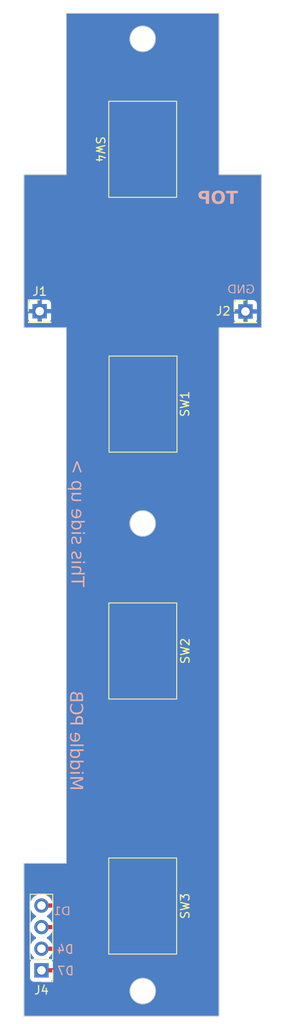
<source format=kicad_pcb>
(kicad_pcb (version 20221018) (generator pcbnew)
  (layers (0 "F.Cu" signal) (31 "B.Cu" signal) (34 "B.Paste" user) (35 "F.Paste" user) (36 "B.SilkS" user "B.Silkscreen") (37 "F.SilkS" user "F.Silkscreen") (38 "B.Mask" user) (39 "F.Mask" user) (44 "Edge.Cuts" user))
  (net 0 "")
  (net 1 "/GND")
  (net 2 "/D7")
  (net 3 "/D4")
  (net 4 "/D1")
  (net 5 "/D9")
  (footprint "Design:Button" (layer "F.Cu") (at 178.84 102.71 90)
    (fp_text reference "SW2" (at 0 5 90 unlocked) (layer "F.SilkS"))
    (fp_text value "SW_Push")
    (fp_rect (start -5.65 -4) (end 5.65 4) (stroke (width 0.12)) (fill none) (layer "F.SilkS"))
    (pad "1" smd roundrect (at -7 -2.5 90) (size 3 1.6) (layers "F.Cu" "F.Paste" "F.Mask") (net 1 "/GND"))
    (pad "1" smd roundrect (at 7 -2.5 90) (size 3 1.6) (layers "F.Cu" "F.Paste" "F.Mask") (net 1 "/GND"))
    (pad "2" smd roundrect (at -7 2.5 90) (size 3 1.6) (layers "F.Cu" "F.Paste" "F.Mask") (net 3 "/D4"))
    (pad "2" smd roundrect (at 7 2.5 90) (size 3 1.6) (layers "F.Cu" "F.Paste" "F.Mask") (net 3 "/D4"))
  )
  (footprint "Connector_PinHeader_2.54mm:PinHeader_1x01_P2.54mm_Vertical" (layer "F.Cu") (at 166.69 62.74625)
    (fp_text reference "J1" (at 0 -2.33) (layer "F.SilkS"))
    (fp_text value "Conn_01x01")
    (fp_line (start -1.33 -1.33) (end 0 -1.33) (stroke (width 0.12)) (layer "F.SilkS"))
    (fp_line (start -1.33 0) (end -1.33 -1.33) (stroke (width 0.12)) (layer "F.SilkS"))
    (fp_line (start -1.33 1.27) (end -1.33 1.33) (stroke (width 0.12)) (layer "F.SilkS"))
    (fp_line (start -1.33 1.27) (end 1.33 1.27) (stroke (width 0.12)) (layer "F.SilkS"))
    (fp_line (start -1.33 1.33) (end 1.33 1.33) (stroke (width 0.12)) (layer "F.SilkS"))
    (fp_line (start 1.33 1.27) (end 1.33 1.33) (stroke (width 0.12)) (layer "F.SilkS"))
    (pad "1" thru_hole rect (at 0 0) (size 1.7 1.7) (drill 1) (layers "*.Cu" "*.Mask") (net 1 "/GND"))
  )
  (footprint "Design:Button" (layer "F.Cu") (at 178.87 73.67 -90)
    (fp_text reference "SW1" (at -0.01625 -4.93 90 unlocked) (layer "F.SilkS"))
    (fp_text value "SW_Push")
    (fp_rect (start -5.65 -4) (end 5.65 4) (stroke (width 0.12)) (fill none) (layer "F.SilkS"))
    (pad "1" smd roundrect (at -7 -2.5 270) (size 3 1.6) (layers "F.Cu" "F.Paste" "F.Mask") (net 1 "/GND"))
    (pad "1" smd roundrect (at 7 -2.5 270) (size 3 1.6) (layers "F.Cu" "F.Paste" "F.Mask") (net 1 "/GND"))
    (pad "2" smd roundrect (at -7 2.5 270) (size 3 1.6) (layers "F.Cu" "F.Paste" "F.Mask") (net 4 "/D1"))
    (pad "2" smd roundrect (at 7 2.5 270) (size 3 1.6) (layers "F.Cu" "F.Paste" "F.Mask") (net 4 "/D1"))
  )
  (footprint "Connector_PinHeader_2.54mm:PinHeader_1x04_P2.54mm_Vertical" (layer "F.Cu") (at 166.9 140.27 180)
    (fp_text reference "J4" (at 0 -2.33) (layer "F.SilkS"))
    (fp_text value "Conn_01x04")
    (fp_line (start -1.33 -1.33) (end 0 -1.33) (stroke (width 0.12)) (layer "F.SilkS"))
    (fp_line (start -1.33 0) (end -1.33 -1.33) (stroke (width 0.12)) (layer "F.SilkS"))
    (fp_line (start -1.33 1.27) (end -1.33 8.95) (stroke (width 0.12)) (layer "F.SilkS"))
    (fp_line (start -1.33 1.27) (end 1.33 1.27) (stroke (width 0.12)) (layer "F.SilkS"))
    (fp_line (start -1.33 8.95) (end 1.33 8.95) (stroke (width 0.12)) (layer "F.SilkS"))
    (fp_line (start 1.33 1.27) (end 1.33 8.95) (stroke (width 0.12)) (layer "F.SilkS"))
    (pad "1" thru_hole rect (at 0 0 180) (size 1.7 1.7) (drill 1) (layers "*.Cu" "*.Mask") (net 2 "/D7"))
    (pad "2" thru_hole oval (at 0 2.54 180) (size 1.7 1.7) (drill 1) (layers "*.Cu" "*.Mask") (net 3 "/D4"))
    (pad "3" thru_hole oval (at 0 5.08 180) (size 1.7 1.7) (drill 1) (layers "*.Cu" "*.Mask") (net 4 "/D1"))
    (pad "4" thru_hole oval (at 0 7.62 180) (size 1.7 1.7) (drill 1) (layers "*.Cu" "*.Mask") (net 5 "/D9"))
  )
  (footprint "Connector_PinHeader_2.54mm:PinHeader_1x01_P2.54mm_Vertical" (layer "F.Cu") (at 190.94 62.77625)
    (fp_text reference "J2" (at -2.62 -0.03625) (layer "F.SilkS"))
    (fp_text value "Conn_01x01")
    (fp_line (start -1.33 -1.33) (end 0 -1.33) (stroke (width 0.12)) (layer "F.SilkS"))
    (fp_line (start -1.33 0) (end -1.33 -1.33) (stroke (width 0.12)) (layer "F.SilkS"))
    (fp_line (start -1.33 1.27) (end -1.33 1.33) (stroke (width 0.12)) (layer "F.SilkS"))
    (fp_line (start -1.33 1.27) (end 1.33 1.27) (stroke (width 0.12)) (layer "F.SilkS"))
    (fp_line (start -1.33 1.33) (end 1.33 1.33) (stroke (width 0.12)) (layer "F.SilkS"))
    (fp_line (start 1.33 1.27) (end 1.33 1.33) (stroke (width 0.12)) (layer "F.SilkS"))
    (pad "1" thru_hole rect (at 0 0) (size 1.7 1.7) (drill 1) (layers "*.Cu" "*.Mask") (net 1 "/GND"))
  )
  (footprint "Design:Button" (layer "F.Cu") (at 178.83 132.71 90)
    (fp_text reference "SW3" (at 0 5 90 unlocked) (layer "F.SilkS"))
    (fp_text value "SW_Push")
    (fp_rect (start -5.65 -4) (end 5.65 4) (stroke (width 0.12)) (fill none) (layer "F.SilkS"))
    (pad "1" smd roundrect (at -7 -2.5 90) (size 3 1.6) (layers "F.Cu" "F.Paste" "F.Mask") (net 1 "/GND"))
    (pad "1" smd roundrect (at 7 -2.5 90) (size 3 1.6) (layers "F.Cu" "F.Paste" "F.Mask") (net 1 "/GND"))
    (pad "2" smd roundrect (at -7 2.5 90) (size 3 1.6) (layers "F.Cu" "F.Paste" "F.Mask") (net 2 "/D7"))
    (pad "2" smd roundrect (at 7 2.5 90) (size 3 1.6) (layers "F.Cu" "F.Paste" "F.Mask") (net 2 "/D7"))
  )
  (footprint "Design:Button" (layer "F.Cu") (at 178.83 43.7 -90)
    (fp_text reference "SW4" (at 0 5 -90 unlocked) (layer "F.SilkS"))
    (fp_text value "SW_Push")
    (fp_rect (start -5.65 -4) (end 5.65 4) (stroke (width 0.12)) (fill none) (layer "F.SilkS"))
    (pad "1" smd roundrect (at -7 -2.5 270) (size 3 1.6) (layers "F.Cu" "F.Paste" "F.Mask") (net 1 "/GND"))
    (pad "1" smd roundrect (at 7 -2.5 270) (size 3 1.6) (layers "F.Cu" "F.Paste" "F.Mask") (net 1 "/GND"))
    (pad "2" smd roundrect (at -7 2.5 270) (size 3 1.6) (layers "F.Cu" "F.Paste" "F.Mask") (net 5 "/D9"))
    (pad "2" smd roundrect (at 7 2.5 270) (size 3 1.6) (layers "F.Cu" "F.Paste" "F.Mask") (net 5 "/D9"))
  )
  (gr_line (start 164.83 145.67625) (end 164.83 127.67625) (stroke (width 0.1)) (layer "Edge.Cuts"))
  (gr_line (start 169.83 46.67625) (end 169.83 27.7) (stroke (width 0.1)) (layer "Edge.Cuts"))
  (gr_line (start 187.83 145.67625) (end 164.83 145.67625) (stroke (width 0.1)) (layer "Edge.Cuts"))
  (gr_line (start 169.83 127.67625) (end 169.83 64.67625) (stroke (width 0.1)) (layer "Edge.Cuts"))
  (gr_line (start 187.83 46.67625) (end 187.83 27.7) (stroke (width 0.1)) (layer "Edge.Cuts"))
  (gr_circle (center 178.83 87.71) (end 180.33 87.71) (stroke (width 0.1)) (fill none) (layer "Edge.Cuts"))
  (gr_line (start 187.83 46.67625) (end 192.83 46.67625) (stroke (width 0.1)) (layer "Edge.Cuts"))
  (gr_line (start 164.83 46.67625) (end 169.83 46.67625) (stroke (width 0.1)) (layer "Edge.Cuts"))
  (gr_line (start 169.83 27.7) (end 187.83 27.7) (stroke (width 0.1)) (layer "Edge.Cuts"))
  (gr_line (start 164.83 127.67625) (end 169.83 127.67625) (stroke (width 0.1)) (layer "Edge.Cuts"))
  (gr_line (start 192.83 64.67625) (end 187.83 64.67625) (stroke (width 0.1)) (layer "Edge.Cuts"))
  (gr_line (start 164.83 64.67625) (end 169.83 64.67625) (stroke (width 0.1)) (layer "Edge.Cuts"))
  (gr_line (start 187.83 64.67625) (end 187.83 145.67625) (stroke (width 0.1)) (layer "Edge.Cuts"))
  (gr_circle (center 178.83 30.71) (end 180.33 30.71) (stroke (width 0.1)) (fill none) (layer "Edge.Cuts"))
  (gr_line (start 192.83 46.67625) (end 192.83 64.67625) (stroke (width 0.1)) (layer "Edge.Cuts"))
  (gr_circle (center 178.84 142.71) (end 180.34 142.71) (stroke (width 0.1)) (fill none) (layer "Edge.Cuts"))
  (gr_line (start 164.83 46.67625) (end 164.83 64.67625) (stroke (width 0.1)) (layer "Edge.Cuts"))
  (gr_text "This side up >" (at 170.18 95.18 270) (layer "B.SilkS") (effects (font (size 1.5 1.5)) (justify left bottom mirror)))
  (gr_text "GND" (at 192.03 60.81) (layer "B.SilkS") (effects (font (size 1 1)) (justify left bottom mirror)))
  (gr_text "D4" (at 170.78 138.39) (layer "B.SilkS") (effects (font (size 1 1)) (justify left bottom mirror)))
  (gr_text "D7" (at 170.82 140.92) (layer "B.SilkS") (effects (font (size 1 1)) (justify left bottom mirror)))
  (gr_text "D1" (at 170.32 133.95) (layer "B.SilkS") (effects (font (size 1 1)) (justify left bottom mirror)))
  (gr_text "Middle PCB" (at 170.03 119.15 270) (layer "B.SilkS") (effects (font (size 1.5 1.5)) (justify left bottom mirror)))
  (gr_text "TOP" (at 190.06 50.36625) (layer "B.SilkS") (effects (font (size 1.5 1.5) (thickness 0.3) bold) (justify left bottom mirror)))
  (segment (start 181.33 125.71) (end 181.37 125.75) (width 0.5) (layer "F.Cu") (net 2))
  (segment (start 180.63 136.17) (end 181.37 136.91) (width 0.5) (layer "F.Cu") (net 2))
  (segment (start 181.37 135.37) (end 180.57 136.17) (width 0.5) (layer "F.Cu") (net 2))
  (segment (start 174.09 137.56) (end 174.09 139.16) (width 0.5) (layer "F.Cu") (net 2))
  (segment (start 181.37 136.17) (end 180.57 136.17) (width 0.5) (layer "F.Cu") (net 2))
  (segment (start 181.37 135.26) (end 181.37 136.17) (width 0.5) (layer "F.Cu") (net 2))
  (segment (start 181.37 136.17) (end 181.37 136.91) (width 0.5) (layer "F.Cu") (net 2))
  (segment (start 175.48 136.17) (end 174.09 137.56) (width 0.5) (layer "F.Cu") (net 2))
  (segment (start 181.37 135.26) (end 181.37 135.37) (width 0.5) (layer "F.Cu") (net 2))
  (segment (start 180.57 136.17) (end 175.48 136.17) (width 0.5) (layer "F.Cu") (net 2))
  (segment (start 180.57 136.17) (end 180.63 136.17) (width 0.5) (layer "F.Cu") (net 2))
  (segment (start 181.37 139.67) (end 181.33 139.71) (width 0.5) (layer "F.Cu") (net 2))
  (segment (start 181.37 136.91) (end 181.37 139.67) (width 0.5) (layer "F.Cu") (net 2))
  (segment (start 172.98 140.27) (end 166.9 140.27) (width 0.5) (layer "F.Cu") (net 2))
  (segment (start 174.09 139.16) (end 172.98 140.27) (width 0.5) (layer "F.Cu") (net 2))
  (segment (start 181.37 125.75) (end 181.37 135.26) (width 0.5) (layer "F.Cu") (net 2))
  (segment (start 172.42 137.73) (end 166.9 137.73) (width 0.5) (layer "F.Cu") (net 3))
  (segment (start 174.1 136.05) (end 172.42 137.73) (width 0.5) (layer "F.Cu") (net 3))
  (segment (start 175.17 131.38) (end 174.1 132.45) (width 0.5) (layer "F.Cu") (net 3))
  (segment (start 181.38 109.67) (end 181.33 109.72) (width 0.5) (layer "F.Cu") (net 3))
  (segment (start 174.1 132.45) (end 174.1 136.05) (width 0.5) (layer "F.Cu") (net 3))
  (segment (start 178.98 130.42) (end 178.02 131.38) (width 0.5) (layer "F.Cu") (net 3))
  (segment (start 181.38 95.67) (end 181.38 109.67) (width 0.5) (layer "F.Cu") (net 3))
  (segment (start 178.02 131.38) (end 175.17 131.38) (width 0.5) (layer "F.Cu") (net 3))
  (segment (start 181.33 117.98) (end 178.98 120.33) (width 0.5) (layer "F.Cu") (net 3))
  (segment (start 178.98 120.33) (end 178.98 130.42) (width 0.5) (layer "F.Cu") (net 3))
  (segment (start 181.33 109.72) (end 181.33 117.98) (width 0.5) (layer "F.Cu") (net 3))
  (segment (start 174.47 80.67) (end 173.22 81.92) (width 0.5) (layer "F.Cu") (net 4))
  (segment (start 176.37 80.67) (end 174.47 80.67) (width 0.5) (layer "F.Cu") (net 4))
  (segment (start 172 135.19) (end 166.9 135.19) (width 0.5) (layer "F.Cu") (net 4))
  (segment (start 173.22 133.97) (end 172 135.19) (width 0.5) (layer "F.Cu") (net 4))
  (segment (start 176.37 66.67) (end 176.37 80.67) (width 0.5) (layer "F.Cu") (net 4))
  (segment (start 173.22 81.92) (end 173.22 133.97) (width 0.5) (layer "F.Cu") (net 4))
  (segment (start 176.37 50.67) (end 173.29 50.67) (width 0.5) (layer "F.Cu") (net 5))
  (segment (start 171.33 132.65) (end 166.9 132.65) (width 0.5) (layer "F.Cu") (net 5))
  (segment (start 173.29 50.67) (end 172 51.96) (width 0.5) (layer "F.Cu") (net 5))
  (segment (start 172 51.96) (end 172 131.98) (width 0.5) (layer "F.Cu") (net 5))
  (segment (start 176.37 36.67) (end 176.37 50.67) (width 0.5) (layer "F.Cu") (net 5))
  (segment (start 172 131.98) (end 171.33 132.65) (width 0.5) (layer "F.Cu") (net 5))
  (zone (net 1) (net_name "/GND") (layers "F&B.Cu") (connect_pads (clearance 0.5)) (min_thickness 0.25) (fill yes (thermal_gap 0.5) (thermal_bridge_width 0.5))
    (polygon (pts (xy 163.47 26.22) (xy 195.4 26.14) (xy 194.27 146.59) (xy 162.91 146.61)))
  )
)
</source>
